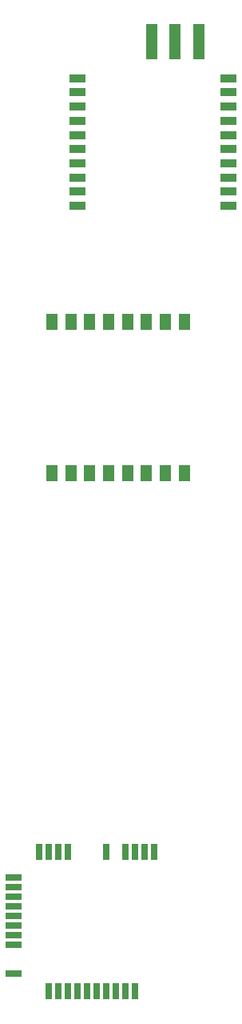
<source format=gbr>
G04 #@! TF.FileFunction,Paste,Bot*
%FSLAX46Y46*%
G04 Gerber Fmt 4.6, Leading zero omitted, Abs format (unit mm)*
G04 Created by KiCad (PCBNEW 4.0.6) date 06/09/17 16:23:24*
%MOMM*%
%LPD*%
G01*
G04 APERTURE LIST*
%ADD10C,0.100000*%
%ADD11R,1.170000X1.800000*%
%ADD12R,1.143000X3.780000*%
%ADD13R,1.799082X0.900684*%
%ADD14R,1.710000X0.720000*%
%ADD15R,0.720000X1.710000*%
G04 APERTURE END LIST*
D10*
D11*
X19700000Y31370000D03*
X17700000Y31370000D03*
X15700000Y31370000D03*
X13700000Y31370000D03*
X11700000Y31370000D03*
X9700000Y31370000D03*
X7700000Y31370000D03*
X5700000Y31370000D03*
X5700000Y47370000D03*
X7700000Y47370000D03*
X9700000Y47370000D03*
X11700000Y47370000D03*
X13700000Y47370000D03*
X15700000Y47370000D03*
X17700000Y47370000D03*
X19700000Y47370000D03*
D12*
X18750400Y77000000D03*
X16250400Y77000000D03*
X21250400Y77000000D03*
D13*
X8382000Y59654440D03*
X8382000Y61153040D03*
X8382000Y62654180D03*
X8382000Y64152780D03*
X8382000Y65653920D03*
X8382000Y67152520D03*
X8382000Y68653660D03*
X8382000Y70152260D03*
X8382000Y71653400D03*
X8382000Y73152000D03*
X24384000Y73152000D03*
X24384000Y71653400D03*
X24384000Y70152260D03*
X24384000Y68653660D03*
X24384000Y67152520D03*
X24384000Y65653920D03*
X24384000Y64152780D03*
X24384000Y62654180D03*
X24384000Y61153040D03*
X24384000Y59654440D03*
D14*
X1651000Y-18478501D03*
X1651000Y-17462501D03*
X1651000Y-16446500D03*
X1651000Y-15430500D03*
X1651000Y-14414501D03*
X1651000Y-13398501D03*
X1651000Y-12382501D03*
X1651000Y-11366501D03*
X1651000Y-21526501D03*
D15*
X7370450Y-8696101D03*
X6354450Y-8696101D03*
X5338450Y-8696101D03*
X4322450Y-8696101D03*
X11434450Y-8696101D03*
X13466453Y-8696101D03*
X14482450Y-8696101D03*
X15498450Y-8696101D03*
X16514450Y-8696101D03*
X5330230Y-23426371D03*
X6346230Y-23426371D03*
X7362230Y-23426371D03*
X8378230Y-23426371D03*
X9394230Y-23426371D03*
X10410230Y-23426371D03*
X11426230Y-23426371D03*
X12442234Y-23426371D03*
X13458234Y-23426371D03*
X14474230Y-23426371D03*
M02*

</source>
